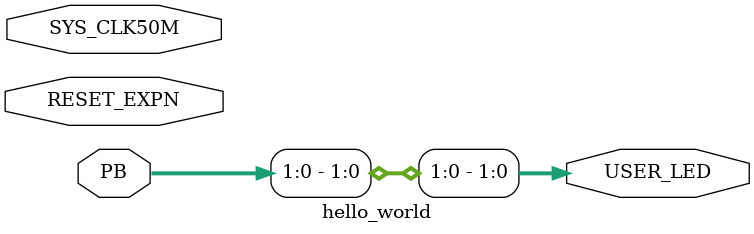
<source format=v>
module  hello_world (

    // Reset and Clocks
    input              SYS_CLK50M,
    input              RESET_EXPN,

    // LED and Push Button
    output    [3:0]    USER_LED,
    input     [3:0]    PB
    
    );

    assign USER_LED[1:0] = PB[1:0];

endmodule

</source>
